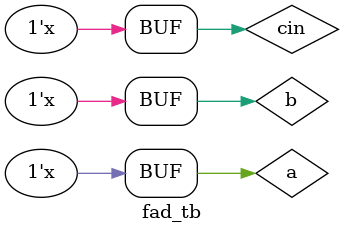
<source format=v>
`timescale 1ns / 1ps
module fad_tb();
wire sum,cout;
reg a,b,cin;
fad a1(a,b,cin,sum,cout);
initial
begin
a=0;
b=0;
cin=0;
end
always #20 a=~a;
always #10 b=~b;
always #5 cin=~cin;
endmodule

</source>
